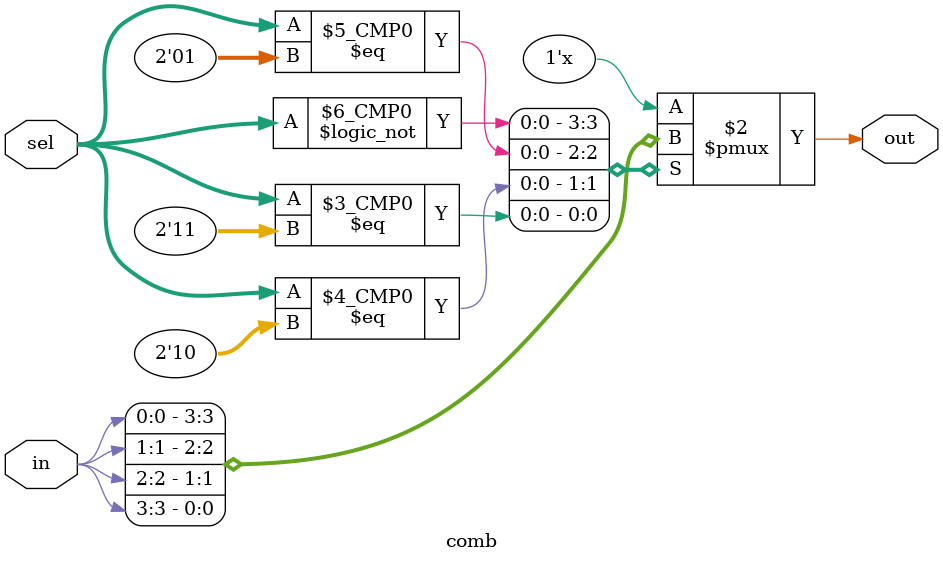
<source format=v>

module comb(
  input  [1:0] sel,
  input  [3:0] in,
  output reg out
);

  always @(*) begin
    case (sel)
      2'b00: out = in[0];
      2'b01: out = in[1];
      2'b10: out = in[2];
      2'b11: out = in[3];
      default: out = 1'b0;
    endcase
  end

endmodule
//- end

</source>
